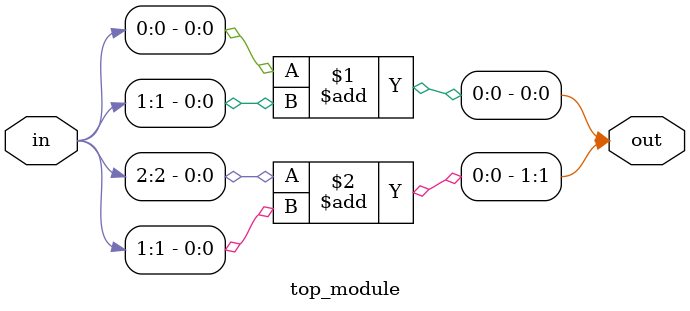
<source format=sv>
module top_module (
	input [2:0] in,
	output [1:0] out
);
  assign out = {in[2] + in[1], in[0] + in[1]};
endmodule

</source>
